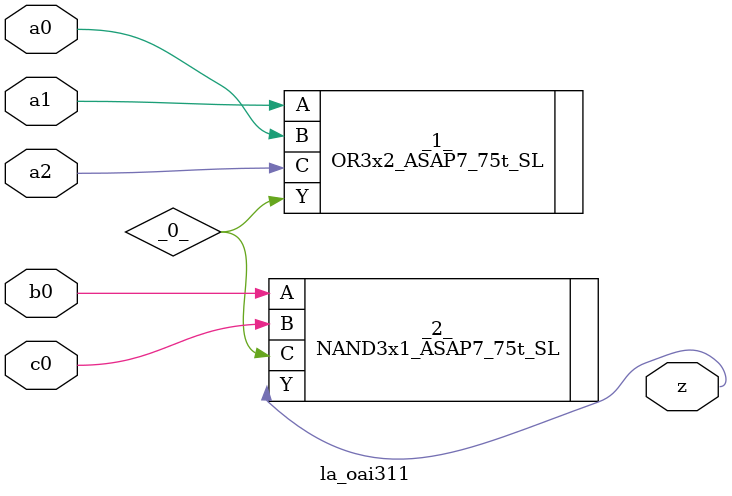
<source format=v>

/* Generated by Yosys 0.37 (git sha1 a5c7f69ed, clang 14.0.0-1ubuntu1.1 -fPIC -Os) */

module la_oai311(a0, a1, a2, b0, c0, z);
  wire _0_;
  input a0;
  wire a0;
  input a1;
  wire a1;
  input a2;
  wire a2;
  input b0;
  wire b0;
  input c0;
  wire c0;
  output z;
  wire z;
  OR3x2_ASAP7_75t_SL _1_ (
    .A(a1),
    .B(a0),
    .C(a2),
    .Y(_0_)
  );
  NAND3x1_ASAP7_75t_SL _2_ (
    .A(b0),
    .B(c0),
    .C(_0_),
    .Y(z)
  );
endmodule

</source>
